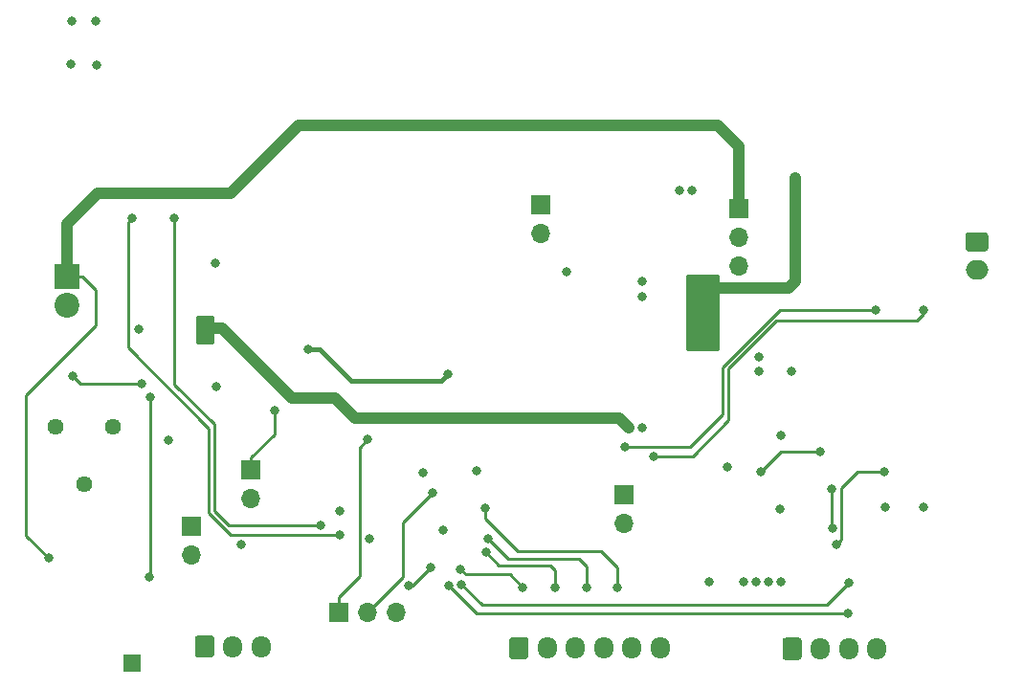
<source format=gbr>
%TF.GenerationSoftware,KiCad,Pcbnew,5.1.12-84ad8e8a86~92~ubuntu20.04.1*%
%TF.CreationDate,2022-07-31T12:46:28-07:00*%
%TF.ProjectId,MPPTSolarPwrModule,4d505054-536f-46c6-9172-5077724d6f64,rev?*%
%TF.SameCoordinates,Original*%
%TF.FileFunction,Copper,L4,Bot*%
%TF.FilePolarity,Positive*%
%FSLAX46Y46*%
G04 Gerber Fmt 4.6, Leading zero omitted, Abs format (unit mm)*
G04 Created by KiCad (PCBNEW 5.1.12-84ad8e8a86~92~ubuntu20.04.1) date 2022-07-31 12:46:28*
%MOMM*%
%LPD*%
G01*
G04 APERTURE LIST*
%TA.AperFunction,ComponentPad*%
%ADD10R,1.700000X1.700000*%
%TD*%
%TA.AperFunction,ComponentPad*%
%ADD11O,1.700000X1.700000*%
%TD*%
%TA.AperFunction,ComponentPad*%
%ADD12O,2.000000X1.700000*%
%TD*%
%TA.AperFunction,ComponentPad*%
%ADD13R,2.200000X2.200000*%
%TD*%
%TA.AperFunction,ComponentPad*%
%ADD14C,2.200000*%
%TD*%
%TA.AperFunction,ComponentPad*%
%ADD15C,1.440000*%
%TD*%
%TA.AperFunction,ComponentPad*%
%ADD16R,1.500000X1.500000*%
%TD*%
%TA.AperFunction,ComponentPad*%
%ADD17O,1.700000X1.950000*%
%TD*%
%TA.AperFunction,ViaPad*%
%ADD18C,0.800000*%
%TD*%
%TA.AperFunction,Conductor*%
%ADD19C,0.250000*%
%TD*%
%TA.AperFunction,Conductor*%
%ADD20C,1.016000*%
%TD*%
%TA.AperFunction,Conductor*%
%ADD21C,0.381000*%
%TD*%
%TA.AperFunction,Conductor*%
%ADD22C,0.254000*%
%TD*%
%TA.AperFunction,Conductor*%
%ADD23C,0.100000*%
%TD*%
G04 APERTURE END LIST*
D10*
%TO.P,J2,1*%
%TO.N,/NTC*%
X113490000Y-86870000D03*
D11*
%TO.P,J2,2*%
%TO.N,GND*%
X113490000Y-89410000D03*
%TD*%
D10*
%TO.P,J4,1*%
%TO.N,Net-(C2-Pad1)*%
X108240000Y-91910000D03*
D11*
%TO.P,J4,2*%
%TO.N,GND*%
X108240000Y-94450000D03*
%TD*%
%TO.P,J5,2*%
%TO.N,GND*%
X146519100Y-91637400D03*
D10*
%TO.P,J5,1*%
%TO.N,Net-(J5-Pad1)*%
X146519100Y-89097400D03*
%TD*%
%TO.P,J9,1*%
%TO.N,/VSP+*%
X156690000Y-63760000D03*
D11*
%TO.P,J9,2*%
%TO.N,Net-(D7-Pad2)*%
X156690000Y-66300000D03*
%TO.P,J9,3*%
%TO.N,/V_SPBC+*%
X156690000Y-68840000D03*
%TD*%
D12*
%TO.P,J10,2*%
%TO.N,GND*%
X177740000Y-69210000D03*
%TO.P,J10,1*%
%TO.N,/VOUT-*%
%TA.AperFunction,ComponentPad*%
G36*
G01*
X176990000Y-65860000D02*
X178490000Y-65860000D01*
G75*
G02*
X178740000Y-66110000I0J-250000D01*
G01*
X178740000Y-67310000D01*
G75*
G02*
X178490000Y-67560000I-250000J0D01*
G01*
X176990000Y-67560000D01*
G75*
G02*
X176740000Y-67310000I0J250000D01*
G01*
X176740000Y-66110000D01*
G75*
G02*
X176990000Y-65860000I250000J0D01*
G01*
G37*
%TD.AperFunction*%
%TD*%
D13*
%TO.P,J1,1*%
%TO.N,/VSP+*%
X97240000Y-69760000D03*
D14*
%TO.P,J1,2*%
%TO.N,GND*%
X97240000Y-72300000D03*
%TD*%
D15*
%TO.P,RV1,3*%
%TO.N,GND*%
X101295000Y-83085000D03*
%TO.P,RV1,2*%
%TO.N,/VIN_SET*%
X98755000Y-88165000D03*
%TO.P,RV1,1*%
%TO.N,/VSP-*%
X96215000Y-83085000D03*
%TD*%
D10*
%TO.P,J6,1*%
%TO.N,/VBAT+*%
X121258800Y-99486000D03*
D11*
%TO.P,J6,2*%
%TO.N,/VPU_D*%
X123798800Y-99486000D03*
%TO.P,J6,3*%
%TO.N,/VPU*%
X126338800Y-99486000D03*
%TD*%
D16*
%TO.P,TP1,1*%
%TO.N,/VIN_SET*%
X102970800Y-103981800D03*
%TD*%
D10*
%TO.P,J11,1*%
%TO.N,Net-(J11-Pad1)*%
X139165800Y-63418000D03*
D11*
%TO.P,J11,2*%
%TO.N,GND*%
X139165800Y-65958000D03*
%TD*%
%TO.P,J7,1*%
%TO.N,/VS*%
%TA.AperFunction,ComponentPad*%
G36*
G01*
X160540800Y-103436800D02*
X160540800Y-101986800D01*
G75*
G02*
X160790800Y-101736800I250000J0D01*
G01*
X161990800Y-101736800D01*
G75*
G02*
X162240800Y-101986800I0J-250000D01*
G01*
X162240800Y-103436800D01*
G75*
G02*
X161990800Y-103686800I-250000J0D01*
G01*
X160790800Y-103686800D01*
G75*
G02*
X160540800Y-103436800I0J250000D01*
G01*
G37*
%TD.AperFunction*%
D17*
%TO.P,J7,2*%
%TO.N,/SCL*%
X163890800Y-102711800D03*
%TO.P,J7,3*%
%TO.N,/SDA*%
X166390800Y-102711800D03*
%TO.P,J7,4*%
%TO.N,GND*%
X168890800Y-102711800D03*
%TD*%
%TO.P,J8,1*%
%TO.N,/VPU*%
%TA.AperFunction,ComponentPad*%
G36*
G01*
X136360000Y-103386000D02*
X136360000Y-101936000D01*
G75*
G02*
X136610000Y-101686000I250000J0D01*
G01*
X137810000Y-101686000D01*
G75*
G02*
X138060000Y-101936000I0J-250000D01*
G01*
X138060000Y-103386000D01*
G75*
G02*
X137810000Y-103636000I-250000J0D01*
G01*
X136610000Y-103636000D01*
G75*
G02*
X136360000Y-103386000I0J250000D01*
G01*
G37*
%TD.AperFunction*%
%TO.P,J8,2*%
%TO.N,/WARN*%
X139710000Y-102661000D03*
%TO.P,J8,3*%
%TO.N,/CRIT*%
X142210000Y-102661000D03*
%TO.P,J8,4*%
%TO.N,/PV*%
X144710000Y-102661000D03*
%TO.P,J8,5*%
%TO.N,/TC*%
X147210000Y-102661000D03*
%TO.P,J8,6*%
%TO.N,GND*%
X149710000Y-102661000D03*
%TD*%
%TO.P,J3,1*%
%TO.N,/CHRG*%
%TA.AperFunction,ComponentPad*%
G36*
G01*
X108572400Y-103233600D02*
X108572400Y-101783600D01*
G75*
G02*
X108822400Y-101533600I250000J0D01*
G01*
X110022400Y-101533600D01*
G75*
G02*
X110272400Y-101783600I0J-250000D01*
G01*
X110272400Y-103233600D01*
G75*
G02*
X110022400Y-103483600I-250000J0D01*
G01*
X108822400Y-103483600D01*
G75*
G02*
X108572400Y-103233600I0J250000D01*
G01*
G37*
%TD.AperFunction*%
%TO.P,J3,2*%
%TO.N,/FAULT*%
X111922400Y-102508600D03*
%TO.P,J3,3*%
%TO.N,GND*%
X114422400Y-102508600D03*
%TD*%
D18*
%TO.N,GND*%
X97662200Y-47136600D03*
X97586000Y-50997400D03*
X99872000Y-51022800D03*
X99795800Y-47136600D03*
X103580400Y-74390800D03*
X106234700Y-84258700D03*
X110400300Y-68574200D03*
X110463800Y-79521600D03*
X141426400Y-69387000D03*
X130539600Y-92217200D03*
X133463500Y-86976500D03*
X128751800Y-87116200D03*
X155701200Y-86633600D03*
X169620400Y-90164200D03*
X173024000Y-90164200D03*
X152564300Y-62148000D03*
X151395900Y-62148000D03*
X154065440Y-96793600D03*
X160349400Y-90325490D03*
X160395120Y-83844680D03*
X160425600Y-96806300D03*
X159324932Y-96798680D03*
X158224266Y-96808840D03*
X157123600Y-96808840D03*
X161340000Y-78124600D03*
X158459640Y-78119520D03*
X158459640Y-76854600D03*
X148147240Y-71546000D03*
X148147240Y-70194720D03*
X123976600Y-92983600D03*
X112673600Y-93466200D03*
X121335006Y-90483670D03*
%TO.N,/CHRG*%
X104621800Y-80436000D03*
X104494800Y-96387200D03*
%TO.N,/NTC*%
X115594600Y-81604400D03*
%TO.N,Net-(R6-Pad2)*%
X103809000Y-79242200D03*
X97713000Y-78543700D03*
%TO.N,/VBAT+*%
X123819120Y-84205360D03*
%TO.N,/VSP-*%
X148163700Y-83147500D03*
X146969900Y-83147500D03*
X109676400Y-73755800D03*
X109676400Y-74975000D03*
%TO.N,Net-(C3-Pad2)*%
X146587680Y-84881000D03*
X168766960Y-72765200D03*
%TO.N,Net-(C3-Pad1)*%
X149178480Y-85714120D03*
X173003680Y-72749960D03*
%TO.N,Net-(C5-Pad2)*%
X103021600Y-64637200D03*
X121335000Y-92628000D03*
%TO.N,Net-(C5-Pad1)*%
X106755400Y-64611800D03*
X119709400Y-91789800D03*
%TO.N,Net-(C8-Pad2)*%
X130961600Y-78429400D03*
X118566400Y-76245000D03*
%TO.N,Net-(C11-Pad2)*%
X164931560Y-88574160D03*
X164946800Y-92023480D03*
%TO.N,Net-(C17-Pad1)*%
X158584100Y-87078100D03*
X163915560Y-85236600D03*
%TO.N,Net-(C20-Pad1)*%
X161644800Y-61030400D03*
X161644800Y-62122600D03*
X153466000Y-75432200D03*
X153466000Y-71520600D03*
X153466000Y-70174400D03*
%TO.N,/VSP+*%
X95604800Y-94685400D03*
%TO.N,/SCL*%
X166313320Y-99567280D03*
X131063200Y-97123800D03*
%TO.N,/SDA*%
X166435240Y-96859640D03*
X132130000Y-97022200D03*
%TO.N,/PV*%
X134517600Y-93009000D03*
X143179000Y-97327000D03*
%TO.N,/CRIT*%
X134289000Y-94177400D03*
X140461200Y-97301600D03*
%TO.N,/WARN*%
X132079200Y-95650600D03*
X137565600Y-97276200D03*
%TO.N,/TC*%
X134258520Y-90275960D03*
X145947600Y-97301600D03*
%TO.N,Net-(JP1-Pad1)*%
X129437600Y-95523600D03*
X127481800Y-97123800D03*
%TO.N,Net-(R30-Pad2)*%
X165327800Y-93517000D03*
X169569600Y-87034920D03*
%TO.N,/VPU_D*%
X129564600Y-88894202D03*
%TD*%
D19*
%TO.N,/CHRG*%
X104621800Y-96260200D02*
X104494800Y-96387200D01*
X104621800Y-80436000D02*
X104621800Y-96260200D01*
%TO.N,/NTC*%
X113490000Y-86870000D02*
X113490000Y-85817200D01*
X115594600Y-83712600D02*
X115594600Y-81604400D01*
X113490000Y-85817200D02*
X115594600Y-83712600D01*
%TO.N,Net-(R6-Pad2)*%
X98411500Y-79242200D02*
X97713000Y-78543700D01*
X103809000Y-79242200D02*
X98411500Y-79242200D01*
%TO.N,/VBAT+*%
X123113000Y-96268000D02*
X123113000Y-84911480D01*
X123113000Y-84911480D02*
X123819120Y-84205360D01*
X121258800Y-98122200D02*
X123113000Y-96268000D01*
X121258800Y-99486000D02*
X121258800Y-98122200D01*
D20*
%TO.N,/VSP-*%
X146112600Y-82290200D02*
X146969900Y-83147500D01*
X122706600Y-82290200D02*
X146112600Y-82290200D01*
X120979400Y-80563000D02*
X122706600Y-82290200D01*
X117118600Y-80563000D02*
X120979400Y-80563000D01*
X110940600Y-74385000D02*
X117118600Y-80563000D01*
X109707600Y-74385000D02*
X110940600Y-74385000D01*
D19*
%TO.N,Net-(C3-Pad2)*%
X168706000Y-72704240D02*
X168766960Y-72765200D01*
X160343814Y-72704240D02*
X168706000Y-72704240D01*
X155233840Y-77814214D02*
X160343814Y-72704240D01*
X155233840Y-81995560D02*
X155233840Y-77814214D01*
X152348400Y-84881000D02*
X155233840Y-81995560D01*
X146587680Y-84881000D02*
X152348400Y-84881000D01*
%TO.N,Net-(C3-Pad1)*%
X173003680Y-73115720D02*
X173003680Y-72749960D01*
X172419480Y-73699920D02*
X173003680Y-73115720D01*
X159984544Y-73699920D02*
X172419480Y-73699920D01*
X155782480Y-77901984D02*
X159984544Y-73699920D01*
X155782480Y-82513720D02*
X155782480Y-77901984D01*
X152582080Y-85714120D02*
X155782480Y-82513720D01*
X149178480Y-85714120D02*
X152582080Y-85714120D01*
%TO.N,Net-(C5-Pad2)*%
X111733799Y-92628000D02*
X121335000Y-92628000D01*
X109803399Y-90697600D02*
X111733799Y-92628000D01*
X109803399Y-83253989D02*
X109803399Y-90697600D01*
X102621601Y-76072191D02*
X109803399Y-83253989D01*
X102621601Y-65037199D02*
X102621601Y-76072191D01*
X103021600Y-64637200D02*
X102621601Y-65037199D01*
%TO.N,Net-(C5-Pad1)*%
X110253410Y-90511200D02*
X111532010Y-91789800D01*
X106755400Y-79343800D02*
X110253410Y-82841810D01*
X106755400Y-64611800D02*
X106755400Y-79343800D01*
X110253410Y-82841810D02*
X110253410Y-90511200D01*
X111532010Y-91789800D02*
X119709400Y-91789800D01*
D21*
%TO.N,Net-(C8-Pad2)*%
X118566400Y-76245000D02*
X119633200Y-76245000D01*
X119633200Y-76245000D02*
X122401800Y-79013600D01*
X130377400Y-79013600D02*
X130961600Y-78429400D01*
X122401800Y-79013600D02*
X130377400Y-79013600D01*
D19*
%TO.N,Net-(C11-Pad2)*%
X164931560Y-92008240D02*
X164946800Y-92023480D01*
X164931560Y-88574160D02*
X164931560Y-92008240D01*
%TO.N,Net-(C17-Pad1)*%
X160425600Y-85236600D02*
X158584100Y-87078100D01*
X163915560Y-85236600D02*
X160425600Y-85236600D01*
D20*
%TO.N,Net-(C20-Pad1)*%
X161644800Y-61030400D02*
X161644800Y-70225200D01*
X161644800Y-70225200D02*
X161051001Y-70818999D01*
X161051001Y-70818999D02*
X154338516Y-70818999D01*
D19*
%TO.N,/VSP+*%
X95604800Y-94685400D02*
X93598200Y-92678800D01*
D20*
X156690000Y-63760000D02*
X156690000Y-58260000D01*
X156690000Y-58260000D02*
X154837600Y-56407600D01*
X154837600Y-56407600D02*
X117753600Y-56407600D01*
X117753600Y-56407600D02*
X111759200Y-62402000D01*
X111759200Y-62402000D02*
X99973600Y-62402000D01*
X97240000Y-65135600D02*
X97240000Y-69760000D01*
X99973600Y-62402000D02*
X97240000Y-65135600D01*
D19*
X97240000Y-69760000D02*
X96364999Y-70635001D01*
X93598200Y-80258200D02*
X93598200Y-92678800D01*
X99795800Y-74060600D02*
X93598200Y-80258200D01*
X98555900Y-69760000D02*
X99795800Y-70999900D01*
X97240000Y-69760000D02*
X98555900Y-69760000D01*
X99795800Y-70999900D02*
X99795800Y-74060600D01*
%TO.N,/SCL*%
X133506680Y-99567280D02*
X131063200Y-97123800D01*
X166313320Y-99567280D02*
X133506680Y-99567280D01*
%TO.N,/SDA*%
X133950079Y-98842279D02*
X132130000Y-97022200D01*
X166435240Y-96859640D02*
X164452601Y-98842279D01*
X164452601Y-98842279D02*
X133950079Y-98842279D01*
%TO.N,/PV*%
X134517600Y-93009000D02*
X136295600Y-94787000D01*
X136295600Y-94787000D02*
X142544000Y-94787000D01*
X143179000Y-95422000D02*
X143179000Y-97327000D01*
X142544000Y-94787000D02*
X143179000Y-95422000D01*
%TO.N,/CRIT*%
X134289000Y-94177400D02*
X135457400Y-95345800D01*
X135457400Y-95345800D02*
X140004000Y-95345800D01*
X140461200Y-95803000D02*
X140461200Y-97301600D01*
X140004000Y-95345800D02*
X140461200Y-95803000D01*
%TO.N,/WARN*%
X132079200Y-95650600D02*
X132561800Y-96133200D01*
X136422600Y-96133200D02*
X137565600Y-97276200D01*
X132561800Y-96133200D02*
X136422600Y-96133200D01*
%TO.N,/TC*%
X137083000Y-94050400D02*
X134258520Y-91225920D01*
X144525200Y-94050400D02*
X137083000Y-94050400D01*
X134258520Y-91225920D02*
X134258520Y-90275960D01*
X145947600Y-95472800D02*
X144525200Y-94050400D01*
X145947600Y-97301600D02*
X145947600Y-95472800D01*
%TO.N,Net-(JP1-Pad1)*%
X127837400Y-97123800D02*
X127481800Y-97123800D01*
X129437600Y-95523600D02*
X127837400Y-97123800D01*
%TO.N,Net-(R30-Pad2)*%
X165327800Y-93517000D02*
X165759600Y-93085200D01*
X165759600Y-93085200D02*
X165759600Y-88462400D01*
X167187080Y-87034920D02*
X169569600Y-87034920D01*
X165759600Y-88462400D02*
X167187080Y-87034920D01*
%TO.N,/VPU_D*%
X128726400Y-89732402D02*
X129564600Y-88894202D01*
X123798800Y-99486000D02*
X126923000Y-96361800D01*
X126923000Y-91535802D02*
X128726400Y-89732402D01*
X126923000Y-96361800D02*
X126923000Y-91535802D01*
%TD*%
D22*
%TO.N,Net-(C20-Pad1)*%
X154786800Y-76168800D02*
X152069000Y-76168800D01*
X152069000Y-69691800D01*
X154786800Y-69691800D01*
X154786800Y-76168800D01*
%TA.AperFunction,Conductor*%
D23*
G36*
X154786800Y-76168800D02*
G01*
X152069000Y-76168800D01*
X152069000Y-69691800D01*
X154786800Y-69691800D01*
X154786800Y-76168800D01*
G37*
%TD.AperFunction*%
%TD*%
D22*
%TO.N,/VSP-*%
X110108200Y-75584600D02*
X108762000Y-75584600D01*
X108762000Y-73324000D01*
X110108200Y-73324000D01*
X110108200Y-75584600D01*
%TA.AperFunction,Conductor*%
D23*
G36*
X110108200Y-75584600D02*
G01*
X108762000Y-75584600D01*
X108762000Y-73324000D01*
X110108200Y-73324000D01*
X110108200Y-75584600D01*
G37*
%TD.AperFunction*%
%TD*%
M02*

</source>
